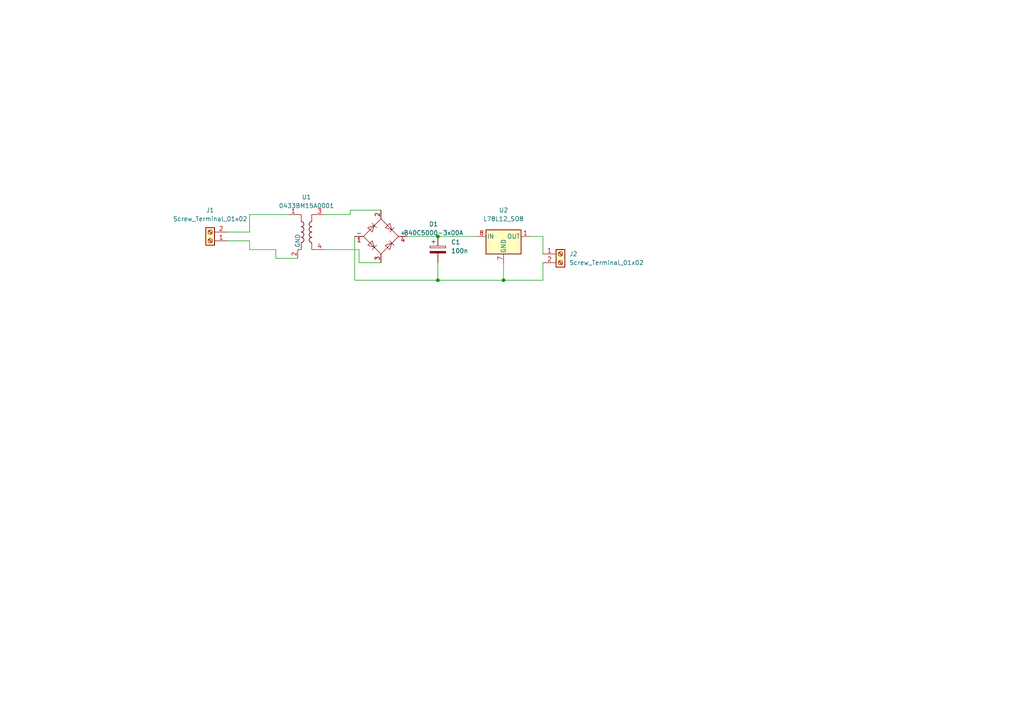
<source format=kicad_sch>
(kicad_sch (version 20211123) (generator eeschema)
  (paper "A4")
  (lib_symbols
    (symbol "Connector:Screw_Terminal_01x02" (pin_names (offset 1.016) hide)
      (property "Reference" "J" (at 0 2.54 0))
      (property "Value" "Screw_Terminal_01x02" (at 0 -5.08 0))
      (symbol "Screw_Terminal_01x02_1_1"
        (rectangle (start -1.27 1.27) (end 1.27 -3.81) (stroke (width 0.254)) (fill (type background)))
        (circle (center 0 -2.54) (radius 0.635) (stroke (width 0.1524)))
        (polyline (pts (xy -0.5334 -2.2098) (xy 0.3302 -3.048)) (stroke (width 0.1524)))
        (polyline (pts (xy -0.5334 0.3302) (xy 0.3302 -0.508)) (stroke (width 0.1524)))
        (polyline (pts (xy -0.3556 -2.032) (xy 0.508 -2.8702)) (stroke (width 0.1524)))
        (polyline (pts (xy -0.3556 0.508) (xy 0.508 -0.3302)) (stroke (width 0.1524)))
        (circle (center 0 0) (radius 0.635) (stroke (width 0.1524)))
        (pin passive line (at -5.08 0 0) (length 3.81) (name "Pin_1") (number "1"))
        (pin passive line (at -5.08 -2.54 0) (length 3.81) (name "Pin_2") (number "2"))
      )
    )
    (symbol "Device:C_Polarized" (pin_numbers hide) (pin_names (offset 0.254))
      (property "Reference" "C" (at 0.635 2.54 0))
      (property "Value" "C_Polarized" (at 0.635 -2.54 0))
      (symbol "C_Polarized_0_1"
        (rectangle (start -2.286 0.508) (end 2.286 1.016))
        (polyline (pts (xy -1.778 2.286) (xy -0.762 2.286)))
        (polyline (pts (xy -1.27 2.794) (xy -1.27 1.778)))
        (rectangle (start 2.286 -0.508) (end -2.286 -1.016) (fill (type outline)))
      )
      (symbol "C_Polarized_1_1"
        (pin passive line (at 0 3.81 270) (length 2.794) (name "~") (number "1"))
        (pin passive line (at 0 -3.81 90) (length 2.794) (name "~") (number "2"))
      )
    )
    (symbol "Diode_Bridge:B40C5000-3x00A" (pin_names (offset 0))
      (property "Reference" "D" (at 2.54 6.985 0))
      (property "Value" "B40C5000-3x00A" (at 2.54 5.08 0))
      (symbol "B40C5000-3x00A_0_1"
        (polyline (pts (xy -2.54 3.81) (xy -1.27 2.54)))
        (polyline (pts (xy -1.27 -2.54) (xy -2.54 -3.81)))
        (polyline (pts (xy 2.54 -1.27) (xy 3.81 -2.54)))
        (polyline (pts (xy 2.54 1.27) (xy 3.81 2.54)))
        (polyline (pts (xy -3.81 2.54) (xy -2.54 1.27) (xy -1.905 3.175) (xy -3.81 2.54)))
        (polyline (pts (xy -2.54 -1.27) (xy -3.81 -2.54) (xy -1.905 -3.175) (xy -2.54 -1.27)))
        (polyline (pts (xy 1.27 2.54) (xy 2.54 3.81) (xy 3.175 1.905) (xy 1.27 2.54)))
        (polyline (pts (xy 3.175 -1.905) (xy 1.27 -2.54) (xy 2.54 -3.81) (xy 3.175 -1.905)))
        (polyline (pts (xy -5.08 0) (xy 0 -5.08) (xy 5.08 0) (xy 0 5.08) (xy -5.08 0)))
      )
      (symbol "B40C5000-3x00A_1_1"
        (pin passive line (at -7.62 0 0) (length 2.54) (name "-") (number "1"))
        (pin passive line (at 0 7.62 270) (length 2.54) (name "~") (number "2"))
        (pin passive line (at 0 -7.62 90) (length 2.54) (name "~") (number "3"))
        (pin passive line (at 7.62 0 180) (length 2.54) (name "+") (number "4"))
      )
    )
    (symbol "Regulator_Linear:L78L12_SO8" (pin_names (offset 0.254))
      (property "Reference" "U" (at -3.81 3.175 0))
      (property "Value" "L78L12_SO8" (at 0 3.175 0))
      (symbol "L78L12_SO8_0_1"
        (rectangle (start -5.08 1.905) (end 5.08 -5.08) (stroke (width 0.254)) (fill (type background)))
      )
      (symbol "L78L12_SO8_1_1"
        (pin power_out line (at 7.62 0 180) (length 2.54) (name "OUT") (number "1"))
        (pin passive line (at 0 -7.62 90) (length 2.54) hide (name "GND") (number "2"))
        (pin passive line (at 0 -7.62 90) (length 2.54) hide (name "GND") (number "3"))
        (pin no_connect line (at -5.08 -2.54 0) (length 2.54) hide (name "NC") (number "4"))
        (pin no_connect line (at 5.08 -2.54 180) (length 2.54) hide (name "NC") (number "5"))
        (pin passive line (at 0 -7.62 90) (length 2.54) hide (name "GND") (number "6"))
        (pin power_in line (at 0 -7.62 90) (length 2.54) (name "GND") (number "7"))
        (pin power_in line (at -7.62 0 0) (length 2.54) (name "IN") (number "8"))
      )
    )
    (symbol "Transformer:0433BM15A0001"
      (property "Reference" "U" (at 0 6.35 0))
      (property "Value" "0433BM15A0001" (at 0 -7.62 0))
      (symbol "0433BM15A0001_1_1"
        (arc (start -1.524 -3.048) (mid -0.762 -2.286) (end -1.524 -1.524) (stroke (width 0.2032)))
        (arc (start -1.524 -1.524) (mid -0.762 -0.762) (end -1.524 0) (stroke (width 0.2032)))
        (arc (start -1.524 0) (mid -0.762 0.762) (end -1.524 1.524) (stroke (width 0.2032)))
        (arc (start -1.524 1.524) (mid -0.762 2.286) (end -1.524 3.048) (stroke (width 0.2032)))
        (polyline (pts (xy -2.54 5.08) (xy -1.524 5.08) (xy -1.524 3.048)) (stroke (width 0.1524)))
        (polyline (pts (xy -1.524 -3.048) (xy -1.524 -5.08) (xy -2.54 -5.08)) (stroke (width 0.1524)))
        (polyline (pts (xy 1.524 3.048) (xy 1.524 5.08) (xy 2.54 5.08)) (stroke (width 0.1524)))
        (polyline (pts (xy 2.54 -5.08) (xy 1.524 -5.08) (xy 1.524 -3.048)) (stroke (width 0.1524)))
        (arc (start 1.524 -1.524) (mid 0.762 -2.286) (end 1.524 -3.048) (stroke (width 0.2032)))
        (arc (start 1.524 0) (mid 0.762 -0.762) (end 1.524 -1.524) (stroke (width 0.2032)))
        (arc (start 1.524 1.524) (mid 0.762 0.762) (end 1.524 0) (stroke (width 0.2032)))
        (arc (start 1.524 3.048) (mid 0.762 2.286) (end 1.524 1.524) (stroke (width 0.2032)))
        (pin passive line (at -5.08 5.08 0) (length 2.54) (name "~") (number "1"))
        (pin power_in line (at -2.54 -7.62 90) (length 2.54) (name "GND") (number "2"))
        (pin passive line (at 5.08 5.08 180) (length 2.54) (name "~") (number "3"))
        (pin passive line (at 5.08 -5.08 180) (length 2.54) (name "~") (number "4"))
        (pin passive line (at -2.54 -7.62 90) (length 2.54) hide (name "GND") (number "5"))
        (pin passive line (at -2.54 -7.62 90) (length 2.54) hide (name "GND") (number "6"))
      )
    )
  )
  (junction (at 127 81.28))
  (junction (at 127 68.58))
  (junction (at 146.05 81.28))
  (wire (pts (xy 66.04 69.85) (xy 72.39 69.85)))
  (wire (pts (xy 80.01 72.39) (xy 80.01 74.93)))
  (wire (pts (xy 72.39 67.31) (xy 72.39 62.23)))
  (wire (pts (xy 72.39 62.23) (xy 83.82 62.23)))
  (wire (pts (xy 101.6 62.23) (xy 101.6 60.96)))
  (wire (pts (xy 153.67 68.58) (xy 157.48 68.58)))
  (wire (pts (xy 66.04 67.31) (xy 72.39 67.31)))
  (wire (pts (xy 146.05 81.28) (xy 146.05 76.2)))
  (wire (pts (xy 102.87 68.58) (xy 102.87 81.28)))
  (wire (pts (xy 93.98 72.39) (xy 104.14 72.39)))
  (wire (pts (xy 118.11 68.58) (xy 127 68.58)))
  (wire (pts (xy 127 81.28) (xy 127 76.2)))
  (wire (pts (xy 72.39 69.85) (xy 72.39 72.39)))
  (wire (pts (xy 72.39 72.39) (xy 80.01 72.39)))
  (wire (pts (xy 157.48 68.58) (xy 157.48 73.66)))
  (wire (pts (xy 157.48 81.28) (xy 157.48 76.2)))
  (wire (pts (xy 146.05 81.28) (xy 157.48 81.28)))
  (wire (pts (xy 104.14 76.2) (xy 110.49 76.2)))
  (wire (pts (xy 127 68.58) (xy 138.43 68.58)))
  (wire (pts (xy 102.87 81.28) (xy 127 81.28)))
  (wire (pts (xy 127 81.28) (xy 146.05 81.28)))
  (wire (pts (xy 101.6 60.96) (xy 110.49 60.96)))
  (wire (pts (xy 93.98 62.23) (xy 101.6 62.23)))
  (wire (pts (xy 104.14 72.39) (xy 104.14 76.2)))
  (wire (pts (xy 86.36 74.93) (xy 80.01 74.93)))
  (symbol (lib_id "Regulator_Linear:L78L12_SO8") (at 146.05 68.58 0) (unit 1)
    (property "Reference" "U2" (at 146.05 60.96 0))
    (property "Value" "L78L12_SO8" (at 146.05 63.5 0))
    (property "Footprint" "Package_SO:SOIC-8_3.9x4.9mm_P1.27mm" (effects hide))
    (property "Datasheet" "http://www.st.com/content/ccc/resource/technical/document/datasheet/15/55/e5/aa/23/5b/43/fd/CD00000446.pdf/files/CD00000446.pdf/jcr:content/translations/en.CD00000446.pdf" (effects hide))
  )
  (symbol (lib_id "Diode_Bridge:B40C5000-3x00A") (at 110.49 68.58 0) (unit 1)
    (property "Reference" "D1" (at 125.73 64.9986 0))
    (property "Value" "B40C5000-3x00A" (at 125.73 67.5386 0))
    (property "Footprint" "Diode_THT:Diode_Bridge_32.0x5.6x17.0mm_P10.0mm_P7.5mm" (effects hide))
    (property "Datasheet" "https://diotec.com/tl_files/diotec/files/pdf/datasheets/b40c500033" (effects hide))
  )
  (symbol (lib_id "Connector:Screw_Terminal_01x02") (at 60.96 69.85 180) (unit 1)
    (property "Reference" "J1" (at 60.96 60.96 0))
    (property "Value" "Screw_Terminal_01x02" (at 60.96 63.5 0))
    (property "Footprint" "TerminalBlock_Phoenix:TerminalBlock_Phoenix_MKDS-1,5-2_1x02_P5.00mm_Horizontal" (effects hide))
  )
  (symbol (lib_id "Device:C_Polarized") (at 127 72.39 0) (unit 1)
    (property "Reference" "C1" (at 130.81 70.2309 0) (effects (justify left)))
    (property "Value" "100n" (at 130.81 72.7709 0) (effects (justify left)))
    (property "Footprint" "Capacitor_THT:C_Disc_D5.0mm_W2.5mm_P5.00mm" (effects hide))
  )
  (symbol (lib_id "Connector:Screw_Terminal_01x02") (at 162.56 73.66 0) (unit 1)
    (property "Reference" "J2" (at 165.1 73.6599 0) (effects (justify left)))
    (property "Value" "Screw_Terminal_01x02" (at 165.1 76.1999 0) (effects (justify left)))
    (property "Footprint" "TerminalBlock_Phoenix:TerminalBlock_Phoenix_MKDS-1,5-2_1x02_P5.00mm_Horizontal" (effects hide))
  )
  (symbol (lib_id "Transformer:0433BM15A0001") (at 88.9 67.31 0) (unit 1)
    (property "Reference" "U1" (at 88.9 57.15 0))
    (property "Value" "0433BM15A0001" (at 88.9 59.69 0))
    (property "Footprint" "RF_Converter:Balun_Johanson_0896BM15A0001" (effects hide))
    (property "Datasheet" "https://www.johansontechnology.com/datasheets/0433BM15A0001/0433BM15A0001.pdf" (effects hide))
  )
)
</source>
